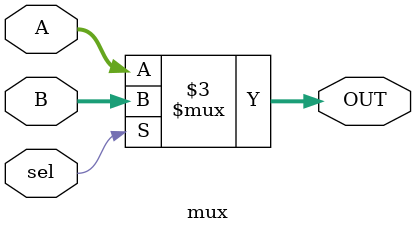
<source format=v>
`timescale 1ns / 1ps

//
//////////////////////////////////////////////////////////////////////////////////
module mux(OUT,A,B,sel);
input [31:0]A;
input [31:0]B;
input sel;
output reg [31:0]OUT;
always@(A,B,sel)
begin
case(sel)
0:OUT<=A;
default:OUT<=B;
endcase
end
endmodule 
</source>
